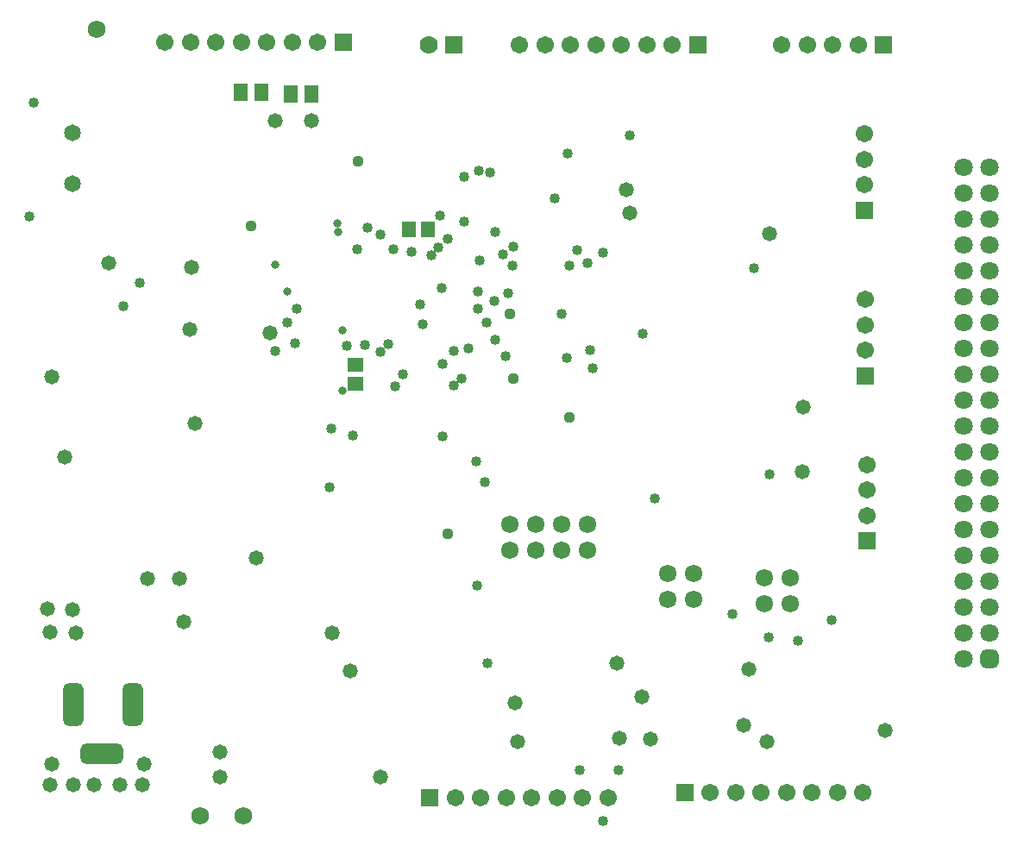
<source format=gbr>
G04*
G04 #@! TF.GenerationSoftware,Altium Limited,Altium Designer,24.2.2 (26)*
G04*
G04 Layer_Color=16711935*
%FSLAX44Y44*%
%MOMM*%
G71*
G04*
G04 #@! TF.SameCoordinates,251A4116-46B9-4EB5-9C36-AF9AACF17162*
G04*
G04*
G04 #@! TF.FilePolarity,Negative*
G04*
G01*
G75*
%ADD26R,1.4546X1.5562*%
%ADD28R,1.5562X1.4546*%
%ADD53R,1.4032X1.6532*%
%ADD66C,1.7332*%
G04:AMPARAMS|DCode=67|XSize=4.2032mm|YSize=2.0032mm|CornerRadius=0.5516mm|HoleSize=0mm|Usage=FLASHONLY|Rotation=90.000|XOffset=0mm|YOffset=0mm|HoleType=Round|Shape=RoundedRectangle|*
%AMROUNDEDRECTD67*
21,1,4.2032,0.9000,0,0,90.0*
21,1,3.1000,2.0032,0,0,90.0*
1,1,1.1032,0.4500,1.5500*
1,1,1.1032,0.4500,-1.5500*
1,1,1.1032,-0.4500,-1.5500*
1,1,1.1032,-0.4500,1.5500*
%
%ADD67ROUNDEDRECTD67*%
G04:AMPARAMS|DCode=68|XSize=4.2032mm|YSize=2.0032mm|CornerRadius=0.5516mm|HoleSize=0mm|Usage=FLASHONLY|Rotation=180.000|XOffset=0mm|YOffset=0mm|HoleType=Round|Shape=RoundedRectangle|*
%AMROUNDEDRECTD68*
21,1,4.2032,0.9000,0,0,180.0*
21,1,3.1000,2.0032,0,0,180.0*
1,1,1.1032,-1.5500,0.4500*
1,1,1.1032,1.5500,0.4500*
1,1,1.1032,1.5500,-0.4500*
1,1,1.1032,-1.5500,-0.4500*
%
%ADD68ROUNDEDRECTD68*%
%ADD69C,1.7112*%
%ADD70R,1.7112X1.7112*%
%ADD71C,1.6532*%
%ADD72R,1.7782X1.7782*%
%ADD73C,1.7782*%
%ADD74R,1.7112X1.7112*%
%ADD75C,1.8032*%
G04:AMPARAMS|DCode=76|XSize=1.8032mm|YSize=1.8032mm|CornerRadius=0.5016mm|HoleSize=0mm|Usage=FLASHONLY|Rotation=270.000|XOffset=0mm|YOffset=0mm|HoleType=Round|Shape=RoundedRectangle|*
%AMROUNDEDRECTD76*
21,1,1.8032,0.8000,0,0,270.0*
21,1,0.8000,1.8032,0,0,270.0*
1,1,1.0032,-0.4000,-0.4000*
1,1,1.0032,-0.4000,0.4000*
1,1,1.0032,0.4000,0.4000*
1,1,1.0032,0.4000,-0.4000*
%
%ADD76ROUNDEDRECTD76*%
%ADD77C,1.7232*%
%ADD78C,1.4732*%
%ADD79C,1.0160*%
%ADD80C,1.1176*%
%ADD81C,0.8128*%
D26*
X406400Y605790D02*
D03*
X387884D02*
D03*
D28*
X335280Y454660D02*
D03*
Y473176D02*
D03*
D53*
X271940Y739140D02*
D03*
X291940D02*
D03*
X222410Y740410D02*
D03*
X242410D02*
D03*
D66*
X224790Y30480D02*
D03*
X81280Y802640D02*
D03*
X182880Y30480D02*
D03*
D67*
X116360Y139440D02*
D03*
X58360D02*
D03*
D68*
X86360Y91440D02*
D03*
D69*
X273050Y789940D02*
D03*
X835660Y537210D02*
D03*
X621030Y787400D02*
D03*
X708120Y53340D02*
D03*
X758120D02*
D03*
X808120D02*
D03*
X833120D02*
D03*
X783120D02*
D03*
X683120D02*
D03*
X733120D02*
D03*
X458070Y48260D02*
D03*
X508070D02*
D03*
X558070D02*
D03*
X583070D02*
D03*
X533070D02*
D03*
X433070D02*
D03*
X483070D02*
D03*
X148050Y789940D02*
D03*
X173050D02*
D03*
X198050D02*
D03*
X223050D02*
D03*
X298050D02*
D03*
X248050D02*
D03*
X496030Y787400D02*
D03*
X521030D02*
D03*
X546030D02*
D03*
X571030D02*
D03*
X646030D02*
D03*
X596030D02*
D03*
X828440D02*
D03*
X803440D02*
D03*
X778440D02*
D03*
X753440D02*
D03*
X834390Y699840D02*
D03*
Y674840D02*
D03*
Y649840D02*
D03*
X835660Y512210D02*
D03*
Y487210D02*
D03*
X836930Y325120D02*
D03*
Y350120D02*
D03*
Y375120D02*
D03*
D70*
X853440Y787400D02*
D03*
X658120Y53340D02*
D03*
X408070Y48260D02*
D03*
X323050Y789940D02*
D03*
X671030Y787400D02*
D03*
D71*
X57480Y700480D02*
D03*
Y650480D02*
D03*
D72*
X431600Y787230D02*
D03*
D73*
X406600D02*
D03*
D74*
X834390Y624840D02*
D03*
X835660Y462210D02*
D03*
X836930Y300120D02*
D03*
D75*
X932180Y463550D02*
D03*
X957580D02*
D03*
X932180Y438150D02*
D03*
Y412750D02*
D03*
X957580Y438150D02*
D03*
Y412750D02*
D03*
X932180Y311150D02*
D03*
Y285750D02*
D03*
X957580Y311150D02*
D03*
Y285750D02*
D03*
X932180Y184150D02*
D03*
X957580Y209550D02*
D03*
X932180D02*
D03*
X957580Y234950D02*
D03*
X932180D02*
D03*
X957580Y260350D02*
D03*
X932180D02*
D03*
X957580Y336550D02*
D03*
X932180D02*
D03*
X957580Y361950D02*
D03*
Y387350D02*
D03*
X932180Y361950D02*
D03*
Y387350D02*
D03*
X957580Y488950D02*
D03*
Y514350D02*
D03*
Y539750D02*
D03*
Y565150D02*
D03*
X932180Y488950D02*
D03*
Y514350D02*
D03*
Y539750D02*
D03*
Y565150D02*
D03*
X957580Y590550D02*
D03*
Y641350D02*
D03*
Y666750D02*
D03*
X932180Y590550D02*
D03*
Y615950D02*
D03*
Y641350D02*
D03*
Y666750D02*
D03*
X957580Y615950D02*
D03*
D76*
Y184150D02*
D03*
D77*
X486410Y290830D02*
D03*
Y316230D02*
D03*
X511810Y290830D02*
D03*
Y316230D02*
D03*
X537210Y290830D02*
D03*
Y316230D02*
D03*
X562610Y290830D02*
D03*
Y316230D02*
D03*
X666750Y267970D02*
D03*
Y242570D02*
D03*
X641350Y267970D02*
D03*
Y242570D02*
D03*
X762000Y264160D02*
D03*
Y238760D02*
D03*
X736600Y264160D02*
D03*
Y238760D02*
D03*
D78*
X49530Y382270D02*
D03*
X36830Y461010D02*
D03*
X130810Y262890D02*
D03*
X57150Y232410D02*
D03*
X237490Y283210D02*
D03*
X359410Y68580D02*
D03*
X330200Y172720D02*
D03*
X162560Y262890D02*
D03*
X33020Y233680D02*
D03*
X92964Y572770D02*
D03*
X173990Y568960D02*
D03*
X251460Y504190D02*
D03*
X104140Y60960D02*
D03*
X172720Y508000D02*
D03*
X177800Y415290D02*
D03*
X127360Y81280D02*
D03*
X125730Y60960D02*
D03*
X773430Y368300D02*
D03*
X774700Y431800D02*
D03*
X615950Y147320D02*
D03*
X600710Y645160D02*
D03*
X591820Y180086D02*
D03*
X721402Y174474D02*
D03*
X604520Y622300D02*
D03*
X256540Y712470D02*
D03*
X292100D02*
D03*
X494030Y102870D02*
D03*
X624840Y105410D02*
D03*
X739140Y102870D02*
D03*
X854710Y114300D02*
D03*
X716280Y119380D02*
D03*
X594360Y106680D02*
D03*
X491490Y140970D02*
D03*
X312420Y209550D02*
D03*
X166370Y220980D02*
D03*
X741680Y601980D02*
D03*
X36830Y81280D02*
D03*
X201930Y92710D02*
D03*
Y68580D02*
D03*
X60960Y209550D02*
D03*
X35560Y210820D02*
D03*
X78740Y60960D02*
D03*
X58420D02*
D03*
X35560D02*
D03*
D79*
X15240Y618490D02*
D03*
X604520Y698500D02*
D03*
X19050Y730250D02*
D03*
X464820Y180340D02*
D03*
X554990Y75184D02*
D03*
X326390Y491490D02*
D03*
X277271Y527608D02*
D03*
X267970Y514350D02*
D03*
X275590Y494030D02*
D03*
X537210Y523240D02*
D03*
X577850Y582930D02*
D03*
X562610Y572770D02*
D03*
X552450Y585470D02*
D03*
X567690Y469900D02*
D03*
X454660Y256540D02*
D03*
X543560Y680720D02*
D03*
X441960Y657860D02*
D03*
X455709Y663362D02*
D03*
X417694Y619139D02*
D03*
X389890Y584200D02*
D03*
X372110Y586740D02*
D03*
X425680Y596670D02*
D03*
X441740Y613568D02*
D03*
X256540Y486410D02*
D03*
X332740Y403860D02*
D03*
X769620Y201676D02*
D03*
X740410Y205740D02*
D03*
X802640Y222250D02*
D03*
X530860Y636270D02*
D03*
X544830Y570230D02*
D03*
X123190Y553720D02*
D03*
X309880Y353060D02*
D03*
X593090Y75184D02*
D03*
X107421Y530536D02*
D03*
X336550Y586740D02*
D03*
X467360Y661670D02*
D03*
X490220Y589280D02*
D03*
X479508Y581198D02*
D03*
X472209Y603481D02*
D03*
X488899Y570281D02*
D03*
X457200Y575310D02*
D03*
X471170Y535940D02*
D03*
X455168Y544830D02*
D03*
X454985Y528320D02*
D03*
X409170Y580160D02*
D03*
X416306Y588009D02*
D03*
X419608Y548640D02*
D03*
X398780Y532130D02*
D03*
X401320Y513080D02*
D03*
X359586Y485420D02*
D03*
X367073Y493019D02*
D03*
X344170Y492760D02*
D03*
X565150Y487680D02*
D03*
X616636Y503504D02*
D03*
X542290Y480060D02*
D03*
X704850Y228600D02*
D03*
X628650Y341630D02*
D03*
X359410Y600710D02*
D03*
X346964Y607314D02*
D03*
X420370Y473710D02*
D03*
X431330Y452920D02*
D03*
X438912Y459683D02*
D03*
X445770Y488950D02*
D03*
X431800Y486410D02*
D03*
X420370Y402590D02*
D03*
X453390Y378460D02*
D03*
X472440Y497840D02*
D03*
X482600Y481330D02*
D03*
X463550Y514350D02*
D03*
X741680Y365760D02*
D03*
X726440Y567690D02*
D03*
X462280Y358140D02*
D03*
X374142Y452120D02*
D03*
X381794Y463804D02*
D03*
X485140Y543560D02*
D03*
X311150Y410210D02*
D03*
X577850Y25400D02*
D03*
D80*
X425450Y307340D02*
D03*
X232410Y609600D02*
D03*
X544830Y421640D02*
D03*
X490220Y459740D02*
D03*
X486410Y523240D02*
D03*
X337820Y673100D02*
D03*
D81*
X322419Y447387D02*
D03*
X267970Y544830D02*
D03*
X256540Y571500D02*
D03*
X322580Y506730D02*
D03*
X317101Y611800D02*
D03*
X318025Y603250D02*
D03*
M02*

</source>
